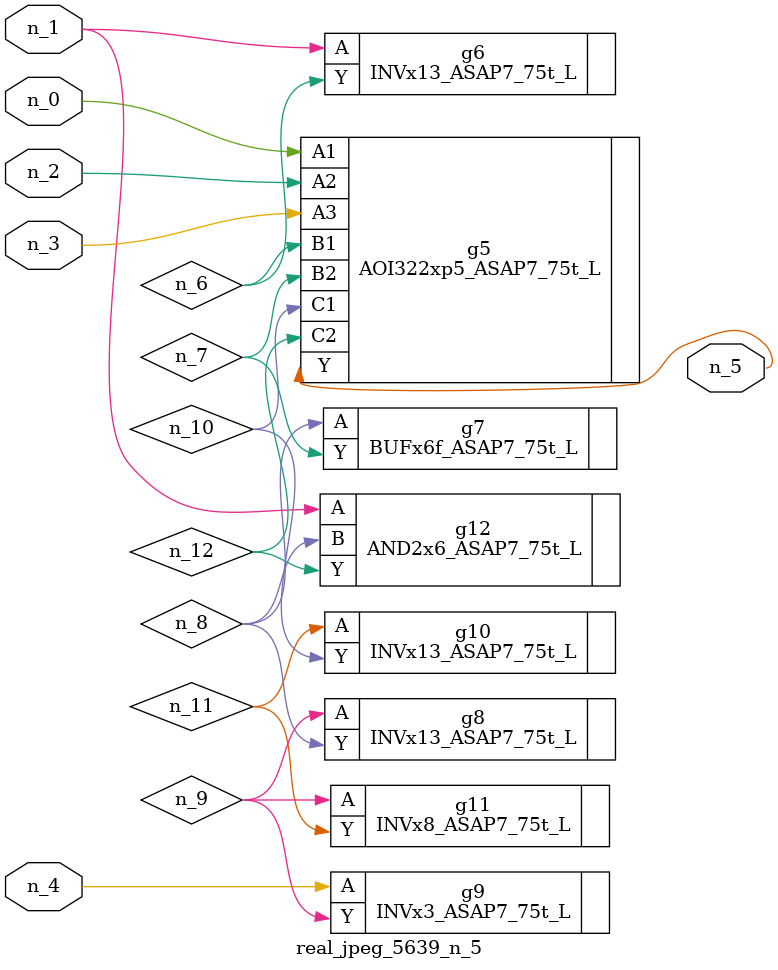
<source format=v>
module real_jpeg_5639_n_5 (n_4, n_0, n_1, n_2, n_3, n_5);

input n_4;
input n_0;
input n_1;
input n_2;
input n_3;

output n_5;

wire n_12;
wire n_8;
wire n_11;
wire n_6;
wire n_7;
wire n_10;
wire n_9;

AOI322xp5_ASAP7_75t_L g5 ( 
.A1(n_0),
.A2(n_2),
.A3(n_3),
.B1(n_6),
.B2(n_7),
.C1(n_10),
.C2(n_12),
.Y(n_5)
);

INVx13_ASAP7_75t_L g6 ( 
.A(n_1),
.Y(n_6)
);

AND2x6_ASAP7_75t_L g12 ( 
.A(n_1),
.B(n_8),
.Y(n_12)
);

INVx3_ASAP7_75t_L g9 ( 
.A(n_4),
.Y(n_9)
);

BUFx6f_ASAP7_75t_L g7 ( 
.A(n_8),
.Y(n_7)
);

INVx13_ASAP7_75t_L g8 ( 
.A(n_9),
.Y(n_8)
);

INVx8_ASAP7_75t_L g11 ( 
.A(n_9),
.Y(n_11)
);

INVx13_ASAP7_75t_L g10 ( 
.A(n_11),
.Y(n_10)
);


endmodule
</source>
